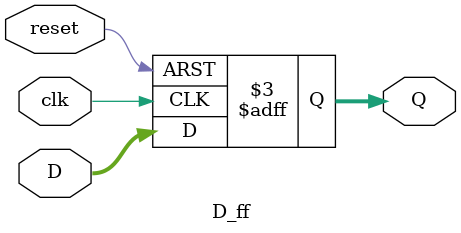
<source format=v>
`timescale 1ns / 1ps


module D_ff(
    input clk,
    input reset,
    input [31:0] D,
    output reg [31:0] Q
    );
    
    always @(posedge clk or negedge reset)
    begin
        if (!reset)
        begin
            Q <= 0;
        end
        else
        begin
            Q <= D;
        end
    end
endmodule

</source>
